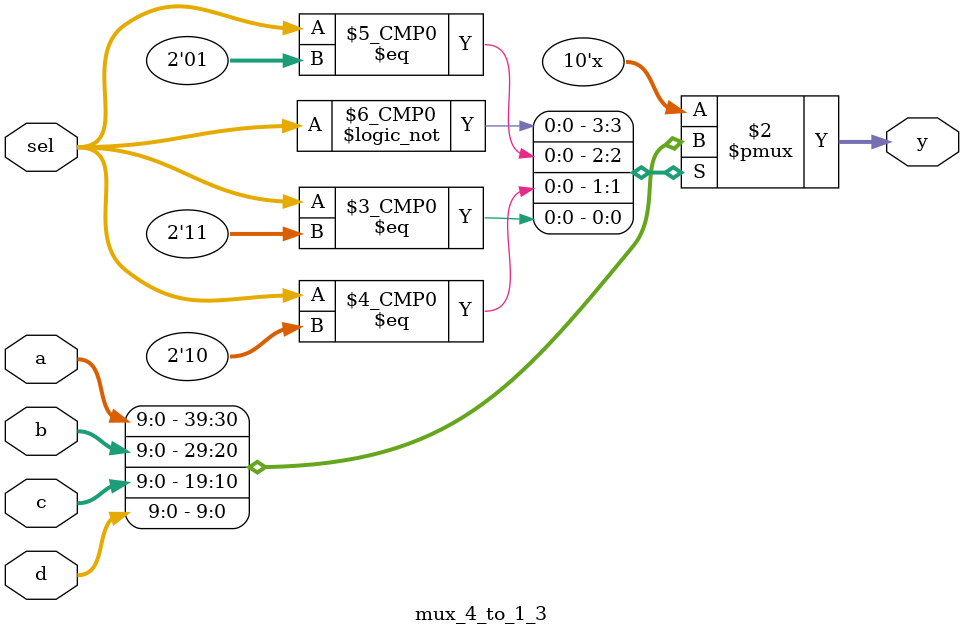
<source format=v>
module mux_4_to_1_1(input a, b, c, d, input sel1, sel2, output y); //Dataflow modelling for 1 bit mux
    assign y = sel1 & sel2 ? d : sel1 ? c : sel2 ? b : a;
endmodule

module mux_4_to_1_2(input[1:0] a, b, c, d, input sel1, sel2, output[1:0] y); //Dataflow modelling for 2 bits mux
    assign y = sel1 & sel2 ? d : sel1 ? c : sel2 ? b : a;
endmodule

module mux_4_to_1_3 #(parameter size = 10) (input[size-1:0] a, b, c, d, input[1:0] sel, output reg[size-1:0] y); //Behavioural modelling
    always @(*) begin
        case(sel)
            2'b00: y = a;
            2'b01: y = b;
            2'b10: y = c;
            2'b11: y = d;
            default: y = 0;
        endcase
    end
endmodule
</source>
